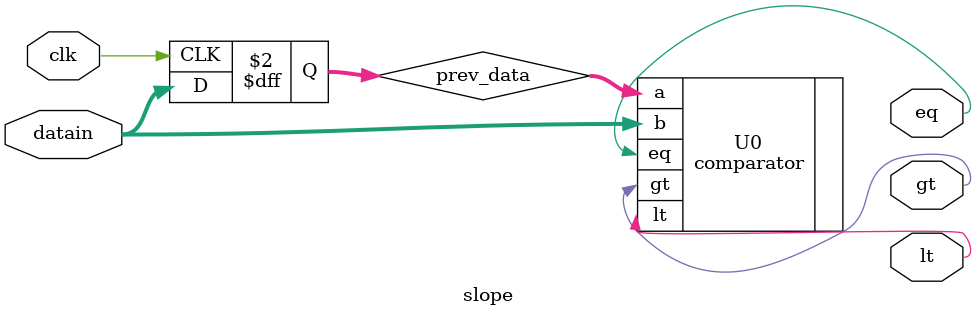
<source format=v>
`timescale 1ns / 1ps


module slope #(parameter WIDTH = 16) (
    input clk,
    input [WIDTH-1:0] datain,
    output eq,
    output lt,
    output gt
    );
    
    reg [WIDTH-1:0] prev_data;
    
    comparator #(WIDTH) U0 (
        .a(prev_data),
        .b(datain),
        .eq(eq),
        .lt(lt),
        .gt(gt)
        );

    always @(posedge clk)
    begin
        prev_data <= datain;
    end
    
endmodule

</source>
